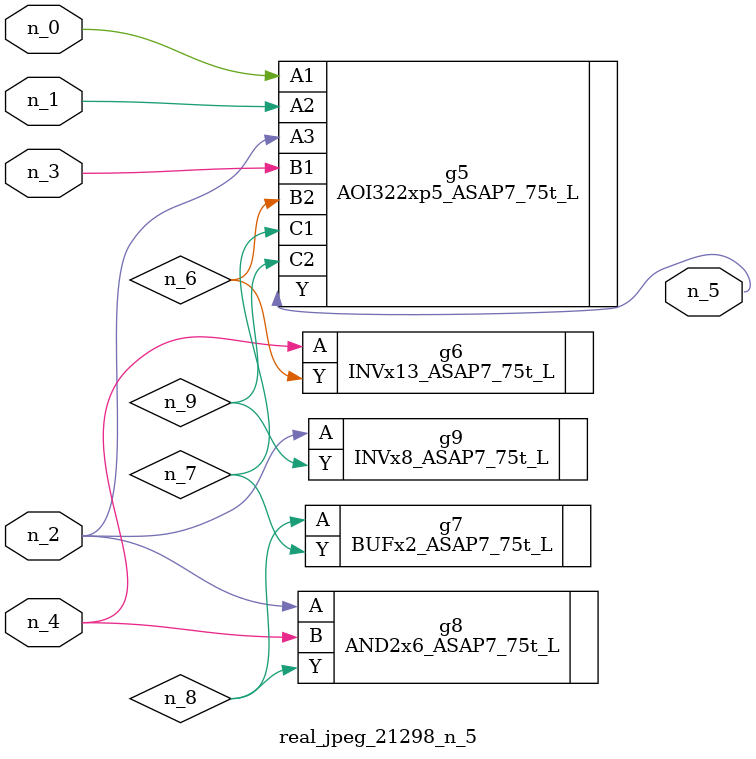
<source format=v>
module real_jpeg_21298_n_5 (n_4, n_0, n_1, n_2, n_3, n_5);

input n_4;
input n_0;
input n_1;
input n_2;
input n_3;

output n_5;

wire n_8;
wire n_6;
wire n_7;
wire n_9;

AOI322xp5_ASAP7_75t_L g5 ( 
.A1(n_0),
.A2(n_1),
.A3(n_2),
.B1(n_3),
.B2(n_6),
.C1(n_7),
.C2(n_9),
.Y(n_5)
);

AND2x6_ASAP7_75t_L g8 ( 
.A(n_2),
.B(n_4),
.Y(n_8)
);

INVx8_ASAP7_75t_L g9 ( 
.A(n_2),
.Y(n_9)
);

INVx13_ASAP7_75t_L g6 ( 
.A(n_4),
.Y(n_6)
);

BUFx2_ASAP7_75t_L g7 ( 
.A(n_8),
.Y(n_7)
);


endmodule
</source>
